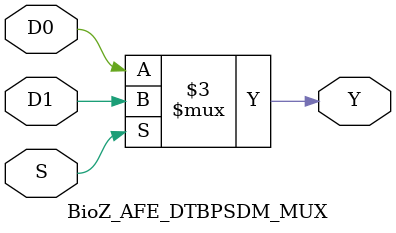
<source format=v>


module BioZ_AFE_DTBPSDM_MUX (D0, D1, S, Y);

input wire D0, D1, S;
output reg Y;

always @(D0 or D1 or S) begin
	if(S) 
		Y= D1;
	else
		Y=D0;
end

endmodule

</source>
